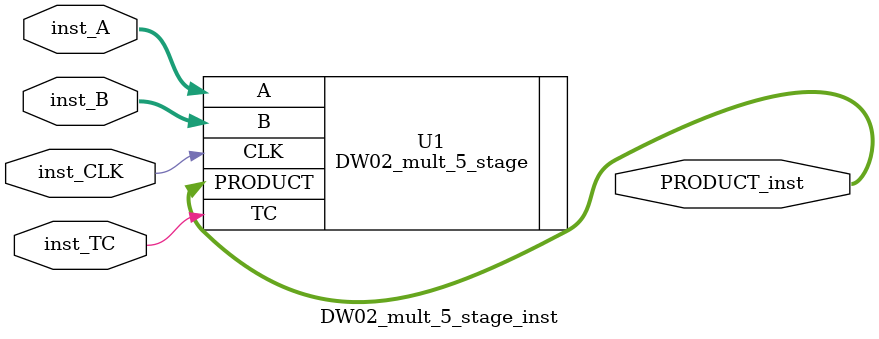
<source format=v>
module DW02_mult_5_stage_inst( inst_A, inst_B, inst_TC, 
                               inst_CLK, PRODUCT_inst );

  parameter A_width = 8;
  parameter B_width = 8;

  input [A_width-1 : 0] inst_A;
  input [B_width-1 : 0] inst_B;
  input inst_TC;
  input inst_CLK;
  output [A_width+B_width-1 : 0] PRODUCT_inst;

  // Instance of DW02_mult_5_stage
  DW02_mult_5_stage #(A_width, B_width)
    U1 ( .A(inst_A),   .B(inst_B),   .TC(inst_TC), 
         .CLK(inst_CLK),   .PRODUCT(PRODUCT_inst) );

endmodule

</source>
